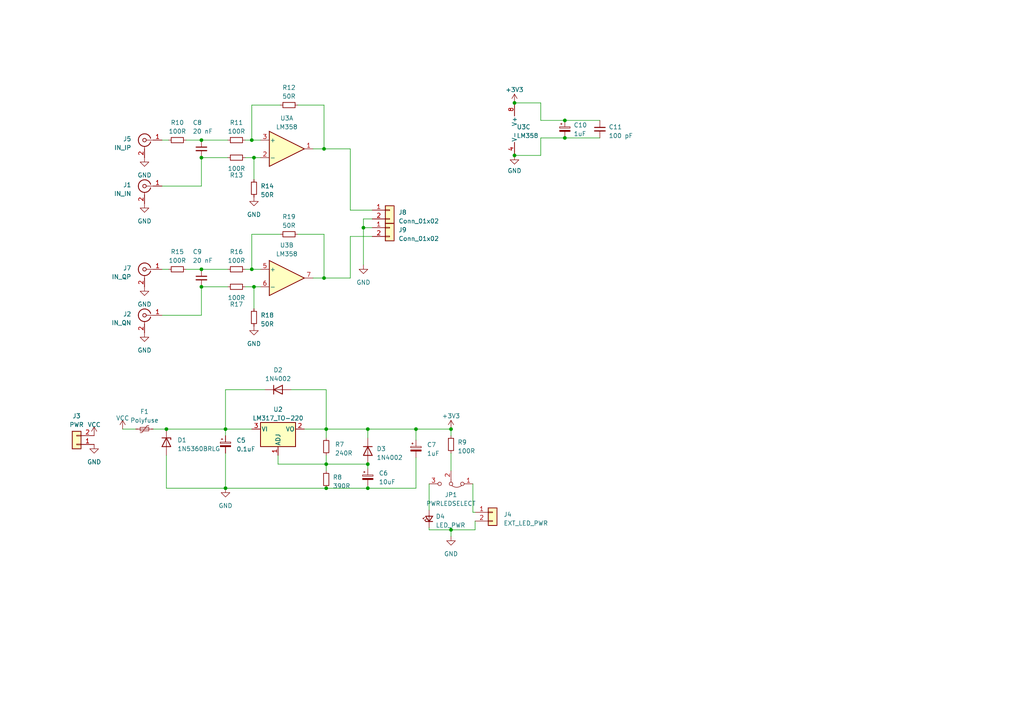
<source format=kicad_sch>
(kicad_sch (version 20230121) (generator eeschema)
  (paper "A4")
  (lib_symbols
    (symbol "Amplifier_Operational:LM358" (pin_names (offset 0.127))
      (property "Reference" "U" (at 0 5.08 0))
      (property "Value" "LM358" (at 0 -5.08 0))
      (symbol "LM358_1_1"
        (polyline (pts (xy -5.08 5.08) (xy 5.08 0) (xy -5.08 -5.08) (xy -5.08 5.08)) (stroke (width 0.254)) (fill (type background)))
        (pin output line (at 7.62 0 180) (length 2.54) (name "~") (number "1"))
        (pin input line (at -7.62 -2.54 0) (length 2.54) (name "-") (number "2"))
        (pin input line (at -7.62 2.54 0) (length 2.54) (name "+") (number "3"))
      )
      (symbol "LM358_2_1"
        (polyline (pts (xy -5.08 5.08) (xy 5.08 0) (xy -5.08 -5.08) (xy -5.08 5.08)) (stroke (width 0.254)) (fill (type background)))
        (pin input line (at -7.62 2.54 0) (length 2.54) (name "+") (number "5"))
        (pin input line (at -7.62 -2.54 0) (length 2.54) (name "-") (number "6"))
        (pin output line (at 7.62 0 180) (length 2.54) (name "~") (number "7"))
      )
      (symbol "LM358_3_1"
        (pin power_in line (at -2.54 -7.62 90) (length 3.81) (name "V-") (number "4"))
        (pin power_in line (at -2.54 7.62 270) (length 3.81) (name "V+") (number "8"))
      )
    )
    (symbol "Connector:Conn_Coaxial" (pin_names (offset 1.016) hide)
      (property "Reference" "J" (at 0.254 3.048 0))
      (property "Value" "Conn_Coaxial" (at 2.921 0 90))
      (symbol "Conn_Coaxial_0_1"
        (arc (start -1.778 -0.508) (mid 0.2311 -1.8066) (end 1.778 0) (stroke (width 0.254)))
        (polyline (pts (xy -2.54 0) (xy -0.508 0)))
        (polyline (pts (xy 0 -2.54) (xy 0 -1.778)))
        (circle (center 0 0) (radius 0.508) (stroke (width 0.2032)))
        (arc (start 1.778 0) (mid 0.2099 1.8101) (end -1.778 0.508) (stroke (width 0.254)))
      )
      (symbol "Conn_Coaxial_1_1"
        (pin passive line (at -5.08 0 0) (length 2.54) (name "In") (number "1"))
        (pin passive line (at 0 -5.08 90) (length 2.54) (name "Ext") (number "2"))
      )
    )
    (symbol "Connector_Generic:Conn_01x02" (pin_names (offset 1.016) hide)
      (property "Reference" "J" (at 0 2.54 0))
      (property "Value" "Conn_01x02" (at 0 -5.08 0))
      (symbol "Conn_01x02_1_1"
        (rectangle (start -1.27 -2.413) (end 0 -2.667) (stroke (width 0.1524)))
        (rectangle (start -1.27 0.127) (end 0 -0.127) (stroke (width 0.1524)))
        (rectangle (start -1.27 1.27) (end 1.27 -3.81) (stroke (width 0.254)) (fill (type background)))
        (pin passive line (at -5.08 0 0) (length 3.81) (name "Pin_1") (number "1"))
        (pin passive line (at -5.08 -2.54 0) (length 3.81) (name "Pin_2") (number "2"))
      )
    )
    (symbol "Device:C_Polarized_Small" (pin_numbers hide) (pin_names (offset 0.254) hide)
      (property "Reference" "C" (at 0.254 1.778 0))
      (property "Value" "C_Polarized_Small" (at 0.254 -2.032 0))
      (symbol "C_Polarized_Small_0_1"
        (rectangle (start -1.524 -0.3048) (end 1.524 -0.6858) (fill (type outline)))
        (rectangle (start -1.524 0.6858) (end 1.524 0.3048))
        (polyline (pts (xy -1.27 1.524) (xy -0.762 1.524)))
        (polyline (pts (xy -1.016 1.27) (xy -1.016 1.778)))
      )
      (symbol "C_Polarized_Small_1_1"
        (pin passive line (at 0 2.54 270) (length 1.8542) (name "~") (number "1"))
        (pin passive line (at 0 -2.54 90) (length 1.8542) (name "~") (number "2"))
      )
    )
    (symbol "Device:C_Small" (pin_numbers hide) (pin_names (offset 0.254) hide)
      (property "Reference" "C" (at 0.254 1.778 0))
      (property "Value" "C_Small" (at 0.254 -2.032 0))
      (symbol "C_Small_0_1"
        (polyline (pts (xy -1.524 -0.508) (xy 1.524 -0.508)) (stroke (width 0.3302)))
        (polyline (pts (xy -1.524 0.508) (xy 1.524 0.508)) (stroke (width 0.3048)))
      )
      (symbol "C_Small_1_1"
        (pin passive line (at 0 2.54 270) (length 2.032) (name "~") (number "1"))
        (pin passive line (at 0 -2.54 90) (length 2.032) (name "~") (number "2"))
      )
    )
    (symbol "Device:D_Zener" (pin_numbers hide) (pin_names (offset 1.016) hide)
      (property "Reference" "D" (at 0 2.54 0))
      (property "Value" "D_Zener" (at 0 -2.54 0))
      (symbol "D_Zener_0_1"
        (polyline (pts (xy 1.27 0) (xy -1.27 0)))
        (polyline (pts (xy -1.27 -1.27) (xy -1.27 1.27) (xy -0.762 1.27)) (stroke (width 0.254)))
        (polyline (pts (xy 1.27 -1.27) (xy 1.27 1.27) (xy -1.27 0) (xy 1.27 -1.27)) (stroke (width 0.254)))
      )
      (symbol "D_Zener_1_1"
        (pin passive line (at -3.81 0 0) (length 2.54) (name "K") (number "1"))
        (pin passive line (at 3.81 0 180) (length 2.54) (name "A") (number "2"))
      )
    )
    (symbol "Device:LED_Small" (pin_numbers hide) (pin_names (offset 0.254) hide)
      (property "Reference" "D" (at -1.27 3.175 0))
      (property "Value" "LED_Small" (at -4.445 -2.54 0))
      (symbol "LED_Small_0_1"
        (polyline (pts (xy -0.762 -1.016) (xy -0.762 1.016)) (stroke (width 0.254)))
        (polyline (pts (xy 1.016 0) (xy -0.762 0)))
        (polyline (pts (xy 0.762 -1.016) (xy -0.762 0) (xy 0.762 1.016) (xy 0.762 -1.016)) (stroke (width 0.254)))
        (polyline (pts (xy 0 0.762) (xy -0.508 1.27) (xy -0.254 1.27) (xy -0.508 1.27) (xy -0.508 1.016)))
        (polyline (pts (xy 0.508 1.27) (xy 0 1.778) (xy 0.254 1.778) (xy 0 1.778) (xy 0 1.524)))
      )
      (symbol "LED_Small_1_1"
        (pin passive line (at -2.54 0 0) (length 1.778) (name "K") (number "1"))
        (pin passive line (at 2.54 0 180) (length 1.778) (name "A") (number "2"))
      )
    )
    (symbol "Device:Polyfuse_Small" (pin_numbers hide) (pin_names (offset 0))
      (property "Reference" "F" (at -1.905 0 90))
      (property "Value" "Polyfuse_Small" (at 1.905 0 90))
      (symbol "Polyfuse_Small_0_1"
        (rectangle (start -0.508 1.27) (end 0.508 -1.27))
        (polyline (pts (xy 0 2.54) (xy 0 -2.54)))
        (polyline (pts (xy -1.016 1.27) (xy -1.016 0.762) (xy 1.016 -0.762) (xy 1.016 -1.27)))
      )
      (symbol "Polyfuse_Small_1_1"
        (pin passive line (at 0 2.54 270) (length 0.635) (name "~") (number "1"))
        (pin passive line (at 0 -2.54 90) (length 0.635) (name "~") (number "2"))
      )
    )
    (symbol "Device:R_Small" (pin_numbers hide) (pin_names (offset 0.254) hide)
      (property "Reference" "R" (at 0.762 0.508 0))
      (property "Value" "R_Small" (at 0.762 -1.016 0))
      (symbol "R_Small_0_1"
        (rectangle (start -0.762 1.778) (end 0.762 -1.778) (stroke (width 0.2032)))
      )
      (symbol "R_Small_1_1"
        (pin passive line (at 0 2.54 270) (length 0.762) (name "~") (number "1"))
        (pin passive line (at 0 -2.54 90) (length 0.762) (name "~") (number "2"))
      )
    )
    (symbol "Diode:1N4002" (pin_numbers hide) (pin_names hide)
      (property "Reference" "D" (at 0 2.54 0))
      (property "Value" "1N4002" (at 0 -2.54 0))
      (symbol "1N4002_0_1"
        (polyline (pts (xy -1.27 1.27) (xy -1.27 -1.27)) (stroke (width 0.254)))
        (polyline (pts (xy 1.27 0) (xy -1.27 0)))
        (polyline (pts (xy 1.27 1.27) (xy 1.27 -1.27) (xy -1.27 0) (xy 1.27 1.27)) (stroke (width 0.254)))
      )
      (symbol "1N4002_1_1"
        (pin passive line (at -3.81 0 0) (length 2.54) (name "K") (number "1"))
        (pin passive line (at 3.81 0 180) (length 2.54) (name "A") (number "2"))
      )
    )
    (symbol "Jumper:Jumper_3_Bridged12" (pin_names (offset 0) hide)
      (property "Reference" "JP" (at -2.54 -2.54 0))
      (property "Value" "Jumper_3_Bridged12" (at 0 2.794 0))
      (symbol "Jumper_3_Bridged12_0_0"
        (circle (center -3.302 0) (radius 0.508))
        (circle (center 0 0) (radius 0.508))
        (circle (center 3.302 0) (radius 0.508))
      )
      (symbol "Jumper_3_Bridged12_0_1"
        (arc (start -0.254 0.508) (mid -1.651 0.9912) (end -3.048 0.508))
        (polyline (pts (xy 0 -1.27) (xy 0 -0.508)))
      )
      (symbol "Jumper_3_Bridged12_1_1"
        (pin passive line (at -6.35 0 0) (length 2.54) (name "A") (number "1"))
        (pin passive line (at 0 -3.81 90) (length 2.54) (name "C") (number "2"))
        (pin passive line (at 6.35 0 180) (length 2.54) (name "B") (number "3"))
      )
    )
    (symbol "Regulator_Linear:LM317_TO-220" (pin_names (offset 0.254))
      (property "Reference" "U" (at -3.81 3.175 0))
      (property "Value" "LM317_TO-220" (at 0 3.175 0))
      (symbol "LM317_TO-220_0_1"
        (rectangle (start -5.08 1.905) (end 5.08 -5.08) (stroke (width 0.254)) (fill (type background)))
      )
      (symbol "LM317_TO-220_1_1"
        (pin input line (at 0 -7.62 90) (length 2.54) (name "ADJ") (number "1"))
        (pin power_out line (at 7.62 0 180) (length 2.54) (name "VO") (number "2"))
        (pin power_in line (at -7.62 0 0) (length 2.54) (name "VI") (number "3"))
      )
    )
    (symbol "power:+3V3" (power) (pin_names (offset 0))
      (property "Value" "+3V3" (at 0 3.556 0))
      (symbol "+3V3_0_1"
        (polyline (pts (xy -0.762 1.27) (xy 0 2.54)))
        (polyline (pts (xy 0 0) (xy 0 2.54)))
        (polyline (pts (xy 0 2.54) (xy 0.762 1.27)))
      )
      (symbol "+3V3_1_1"
        (pin power_in line (at 0 0 90) (length 0) hide (name "+3V3") (number "1"))
      )
    )
    (symbol "power:GND" (power) (pin_names (offset 0))
      (property "Value" "GND" (at 0 -3.81 0))
      (symbol "GND_0_1"
        (polyline (pts (xy 0 0) (xy 0 -1.27) (xy 1.27 -1.27) (xy 0 -2.54) (xy -1.27 -1.27) (xy 0 -1.27)))
      )
      (symbol "GND_1_1"
        (pin power_in line (at 0 0 270) (length 0) hide (name "GND") (number "1"))
      )
    )
    (symbol "power:VCC" (power) (pin_names (offset 0))
      (property "Value" "VCC" (at 0 3.81 0))
      (symbol "VCC_0_1"
        (polyline (pts (xy -0.762 1.27) (xy 0 2.54)))
        (polyline (pts (xy 0 0) (xy 0 2.54)))
        (polyline (pts (xy 0 2.54) (xy 0.762 1.27)))
      )
      (symbol "VCC_1_1"
        (pin power_in line (at 0 0 90) (length 0) hide (name "VCC") (number "1"))
      )
    )
  )
  (junction (at 105.41 66.04))
  (junction (at 73.66 83.185))
  (junction (at 149.225 29.845))
  (junction (at 58.42 78.105))
  (junction (at 130.81 124.46))
  (junction (at 94.615 134.62))
  (junction (at 93.98 80.645))
  (junction (at 106.68 134.62))
  (junction (at 73.66 45.72))
  (junction (at 120.65 124.46))
  (junction (at 94.615 124.46))
  (junction (at 58.42 83.185))
  (junction (at 94.615 141.605))
  (junction (at 73.025 40.64))
  (junction (at 106.68 141.605))
  (junction (at 48.26 124.46))
  (junction (at 73.025 78.105))
  (junction (at 149.225 45.085))
  (junction (at 58.42 45.72))
  (junction (at 65.405 141.605))
  (junction (at 65.405 124.46))
  (junction (at 106.68 124.46))
  (junction (at 163.83 40.005))
  (junction (at 58.42 40.64))
  (junction (at 93.98 43.18))
  (junction (at 130.81 153.67))
  (junction (at 163.83 34.925))
  (wire (pts (xy 173.99 40.005) (xy 163.83 40.005)))
  (wire (pts (xy 71.12 45.72) (xy 73.66 45.72)))
  (wire (pts (xy 156.845 34.925) (xy 156.845 29.845)))
  (wire (pts (xy 163.83 34.925) (xy 156.845 34.925)))
  (wire (pts (xy 94.615 134.62) (xy 106.68 134.62)))
  (wire (pts (xy 48.26 124.46) (xy 65.405 124.46)))
  (wire (pts (xy 137.795 151.13) (xy 137.795 153.67)))
  (wire (pts (xy 46.99 78.105) (xy 48.895 78.105)))
  (wire (pts (xy 73.025 40.64) (xy 75.565 40.64)))
  (wire (pts (xy 156.845 45.085) (xy 156.845 40.005)))
  (wire (pts (xy 71.12 83.185) (xy 73.66 83.185)))
  (wire (pts (xy 73.025 78.105) (xy 73.025 67.945)))
  (wire (pts (xy 86.36 30.48) (xy 93.98 30.48)))
  (wire (pts (xy 163.83 40.005) (xy 156.845 40.005)))
  (wire (pts (xy 106.68 124.46) (xy 106.68 127)))
  (wire (pts (xy 58.42 83.185) (xy 66.04 83.185)))
  (wire (pts (xy 94.615 134.62) (xy 94.615 136.525)))
  (wire (pts (xy 124.46 140.335) (xy 124.46 147.955)))
  (wire (pts (xy 120.65 132.715) (xy 120.65 141.605)))
  (wire (pts (xy 93.98 30.48) (xy 93.98 43.18)))
  (wire (pts (xy 73.025 30.48) (xy 81.28 30.48)))
  (wire (pts (xy 88.265 124.46) (xy 94.615 124.46)))
  (wire (pts (xy 101.6 68.58) (xy 101.6 80.645)))
  (wire (pts (xy 130.81 153.67) (xy 124.46 153.67)))
  (wire (pts (xy 58.42 53.975) (xy 58.42 45.72)))
  (wire (pts (xy 71.12 78.105) (xy 73.025 78.105)))
  (wire (pts (xy 105.41 63.5) (xy 105.41 66.04)))
  (wire (pts (xy 94.615 113.03) (xy 84.455 113.03)))
  (wire (pts (xy 130.81 153.67) (xy 130.81 155.575)))
  (wire (pts (xy 73.66 83.185) (xy 75.565 83.185)))
  (wire (pts (xy 90.805 80.645) (xy 93.98 80.645)))
  (wire (pts (xy 46.99 91.44) (xy 58.42 91.44)))
  (wire (pts (xy 48.26 141.605) (xy 48.26 132.08)))
  (wire (pts (xy 105.41 66.04) (xy 105.41 76.835)))
  (wire (pts (xy 94.615 124.46) (xy 94.615 113.03)))
  (wire (pts (xy 93.98 67.945) (xy 93.98 80.645)))
  (wire (pts (xy 106.68 140.97) (xy 106.68 141.605)))
  (wire (pts (xy 65.405 141.605) (xy 48.26 141.605)))
  (wire (pts (xy 130.81 124.46) (xy 130.81 126.365)))
  (wire (pts (xy 106.68 134.62) (xy 106.68 135.89)))
  (wire (pts (xy 71.12 40.64) (xy 73.025 40.64)))
  (wire (pts (xy 106.68 141.605) (xy 94.615 141.605)))
  (wire (pts (xy 73.66 45.72) (xy 73.66 52.07)))
  (wire (pts (xy 149.225 45.085) (xy 156.845 45.085)))
  (wire (pts (xy 106.68 124.46) (xy 120.65 124.46)))
  (wire (pts (xy 46.99 53.975) (xy 58.42 53.975)))
  (wire (pts (xy 44.45 124.46) (xy 48.26 124.46)))
  (wire (pts (xy 65.405 113.03) (xy 65.405 124.46)))
  (wire (pts (xy 58.42 91.44) (xy 58.42 83.185)))
  (wire (pts (xy 90.805 43.18) (xy 93.98 43.18)))
  (wire (pts (xy 137.795 153.67) (xy 130.81 153.67)))
  (wire (pts (xy 58.42 45.72) (xy 66.04 45.72)))
  (wire (pts (xy 76.835 113.03) (xy 65.405 113.03)))
  (wire (pts (xy 65.405 126.365) (xy 65.405 124.46)))
  (wire (pts (xy 105.41 66.04) (xy 107.95 66.04)))
  (wire (pts (xy 137.16 140.335) (xy 137.16 148.59)))
  (wire (pts (xy 65.405 141.605) (xy 65.405 131.445)))
  (wire (pts (xy 80.645 134.62) (xy 94.615 134.62)))
  (wire (pts (xy 94.615 124.46) (xy 94.615 127)))
  (wire (pts (xy 73.025 78.105) (xy 75.565 78.105)))
  (wire (pts (xy 86.36 67.945) (xy 93.98 67.945)))
  (wire (pts (xy 93.98 43.18) (xy 101.6 43.18)))
  (wire (pts (xy 58.42 78.105) (xy 66.04 78.105)))
  (wire (pts (xy 137.795 148.59) (xy 137.16 148.59)))
  (wire (pts (xy 156.845 29.845) (xy 149.225 29.845)))
  (wire (pts (xy 53.975 40.64) (xy 58.42 40.64)))
  (wire (pts (xy 120.65 124.46) (xy 130.81 124.46)))
  (wire (pts (xy 107.95 68.58) (xy 101.6 68.58)))
  (wire (pts (xy 73.66 83.185) (xy 73.66 89.535)))
  (wire (pts (xy 106.68 141.605) (xy 120.65 141.605)))
  (wire (pts (xy 120.65 124.46) (xy 120.65 127.635)))
  (wire (pts (xy 65.405 124.46) (xy 73.025 124.46)))
  (wire (pts (xy 53.975 78.105) (xy 58.42 78.105)))
  (wire (pts (xy 93.98 80.645) (xy 101.6 80.645)))
  (wire (pts (xy 73.66 45.72) (xy 75.565 45.72)))
  (wire (pts (xy 73.025 67.945) (xy 81.28 67.945)))
  (wire (pts (xy 107.95 63.5) (xy 105.41 63.5)))
  (wire (pts (xy 101.6 43.18) (xy 101.6 60.96)))
  (wire (pts (xy 94.615 124.46) (xy 106.68 124.46)))
  (wire (pts (xy 101.6 60.96) (xy 107.95 60.96)))
  (wire (pts (xy 46.99 40.64) (xy 48.895 40.64)))
  (wire (pts (xy 73.025 40.64) (xy 73.025 30.48)))
  (wire (pts (xy 94.615 141.605) (xy 65.405 141.605)))
  (wire (pts (xy 80.645 132.08) (xy 80.645 134.62)))
  (wire (pts (xy 124.46 153.67) (xy 124.46 153.035)))
  (wire (pts (xy 173.99 34.925) (xy 163.83 34.925)))
  (wire (pts (xy 130.81 131.445) (xy 130.81 136.525)))
  (wire (pts (xy 35.56 124.46) (xy 39.37 124.46)))
  (wire (pts (xy 58.42 40.64) (xy 66.04 40.64)))
  (wire (pts (xy 94.615 132.08) (xy 94.615 134.62)))
  (symbol (lib_id "Regulator_Linear:LM317_TO-220") (at 80.645 124.46 0) (unit 1)
    (property "Reference" "U2" (at 80.645 118.745 0))
    (property "Value" "LM317_TO-220" (at 80.645 121.285 0))
    (property "Footprint" "Package_TO_SOT_THT:TO-220-3_Vertical" (effects hide))
    (property "Datasheet" "http://www.ti.com/lit/ds/symlink/lm317.pdf" (effects hide))
  )
  (symbol (lib_id "power:GND") (at 41.91 83.185 0) (unit 1)
    (property "Reference" "#PWR04" (effects hide))
    (property "Value" "GND" (at 41.91 88.265 0))
  )
  (symbol (lib_id "power:+3V3") (at 130.81 124.46 0) (unit 1)
    (property "Reference" "#PWR010" (effects hide))
    (property "Value" "+3V3" (at 130.81 120.65 0))
  )
  (symbol (lib_id "Device:C_Small") (at 173.99 37.465 0) (unit 1)
    (property "Reference" "C11" (at 176.53 36.8363 0) (effects (justify left)))
    (property "Value" "100 pF" (at 176.53 39.3763 0) (effects (justify left)))
    (property "Footprint" "Capacitor_SMD:C_0805_2012Metric" (effects hide))
  )
  (symbol (lib_id "Connector:Conn_Coaxial") (at 41.91 91.44 0) (mirror y) (unit 1)
    (property "Reference" "J2" (at 38.1 91.0982 0) (effects (justify left)))
    (property "Value" "IN_QN" (at 38.1 93.6382 0) (effects (justify left)))
    (property "Footprint" "Connector_Coaxial:SMA_Amphenol_901-143_Horizontal" (effects hide))
    (property "Datasheet" " ~" (effects hide))
  )
  (symbol (lib_id "Device:R_Small") (at 83.82 67.945 90) (unit 1)
    (property "Reference" "R19" (at 83.82 62.865 90))
    (property "Value" "50R" (at 83.82 65.405 90))
    (property "Footprint" "Resistor_SMD:R_0805_2012Metric" (effects hide))
  )
  (symbol (lib_id "power:GND") (at 73.66 57.15 0) (unit 1)
    (property "Reference" "#PWR012" (effects hide))
    (property "Value" "GND" (at 73.66 62.23 0))
  )
  (symbol (lib_id "power:GND") (at 73.66 94.615 0) (unit 1)
    (property "Reference" "#PWR013" (effects hide))
    (property "Value" "GND" (at 73.66 99.695 0))
  )
  (symbol (lib_id "Device:R_Small") (at 51.435 40.64 90) (unit 1)
    (property "Reference" "R10" (at 51.435 35.56 90))
    (property "Value" "100R" (at 51.435 38.1 90))
    (property "Footprint" "Resistor_SMD:R_0805_2012Metric" (effects hide))
  )
  (symbol (lib_id "Device:R_Small") (at 68.58 83.185 270) (unit 1)
    (property "Reference" "R17" (at 68.58 88.265 90))
    (property "Value" "100R" (at 68.58 86.36 90))
    (property "Footprint" "Resistor_SMD:R_0805_2012Metric" (effects hide))
  )
  (symbol (lib_id "Jumper:Jumper_3_Bridged12") (at 130.81 140.335 180) (unit 1)
    (property "Reference" "JP1" (at 130.81 143.51 0))
    (property "Value" "PWRLEDSELECT" (at 130.81 146.05 0))
    (property "Footprint" "Connector_PinHeader_2.54mm:PinHeader_1x03_P2.54mm_Vertical" (effects hide))
  )
  (symbol (lib_id "Connector_Generic:Conn_01x02") (at 113.03 60.96 0) (unit 1)
    (property "Reference" "J8" (at 115.57 61.595 0) (effects (justify left)))
    (property "Value" "Conn_01x02" (at 115.57 64.135 0) (effects (justify left)))
    (property "Footprint" "Connector_PinHeader_2.54mm:PinHeader_1x02_P2.54mm_Vertical" (effects hide))
  )
  (symbol (lib_id "power:VCC") (at 27.305 126.365 0) (unit 1)
    (property "Reference" "#PWR06" (effects hide))
    (property "Value" "VCC" (at 27.305 123.19 0))
  )
  (symbol (lib_id "Connector_Generic:Conn_01x02") (at 142.875 148.59 0) (unit 1)
    (property "Reference" "J4" (at 146.05 149.225 0) (effects (justify left)))
    (property "Value" "EXT_LED_PWR" (at 146.05 151.765 0) (effects (justify left)))
    (property "Footprint" "Connector_PinHeader_2.54mm:PinHeader_1x02_P2.54mm_Vertical" (effects hide))
  )
  (symbol (lib_id "Diode:1N4002") (at 80.645 113.03 0) (unit 1)
    (property "Reference" "D2" (at 80.645 107.315 0))
    (property "Value" "1N4002" (at 80.645 109.855 0))
    (property "Footprint" "Diode_THT:D_DO-41_SOD81_P10.16mm_Horizontal" (effects hide))
    (property "Datasheet" "http://www.vishay.com/docs/88503/1n4001.pdf" (effects hide))
    (property "Sim.Device" "D" (effects hide))
    (property "Sim.Pins" "1=K 2=A" (effects hide))
  )
  (symbol (lib_id "power:+3V3") (at 149.225 29.845 0) (unit 1)
    (property "Reference" "#PWR015" (effects hide))
    (property "Value" "+3V3" (at 149.225 26.035 0))
  )
  (symbol (lib_id "power:GND") (at 41.91 59.055 0) (unit 1)
    (property "Reference" "#PWR03" (effects hide))
    (property "Value" "GND" (at 41.91 64.135 0))
  )
  (symbol (lib_id "Connector:Conn_Coaxial") (at 41.91 78.105 0) (mirror y) (unit 1)
    (property "Reference" "J7" (at 38.1 77.7632 0) (effects (justify left)))
    (property "Value" "IN_QP" (at 38.1 80.3032 0) (effects (justify left)))
    (property "Footprint" "Connector_Coaxial:SMA_Amphenol_901-143_Horizontal" (effects hide))
    (property "Datasheet" " ~" (effects hide))
  )
  (symbol (lib_id "Connector_Generic:Conn_01x02") (at 22.225 128.905 180) (unit 1)
    (property "Reference" "J3" (at 22.225 120.65 0))
    (property "Value" "PWR" (at 22.225 123.19 0))
    (property "Footprint" "Connector_PinHeader_2.54mm:PinHeader_1x02_P2.54mm_Vertical" (effects hide))
  )
  (symbol (lib_id "Device:R_Small") (at 68.58 40.64 90) (unit 1)
    (property "Reference" "R11" (at 68.58 35.56 90))
    (property "Value" "100R" (at 68.58 38.1 90))
    (property "Footprint" "Resistor_SMD:R_0805_2012Metric" (effects hide))
  )
  (symbol (lib_id "Device:R_Small") (at 68.58 78.105 90) (unit 1)
    (property "Reference" "R16" (at 68.58 73.025 90))
    (property "Value" "100R" (at 68.58 75.565 90))
    (property "Footprint" "Resistor_SMD:R_0805_2012Metric" (effects hide))
  )
  (symbol (lib_id "Device:C_Polarized_Small") (at 120.65 130.175 0) (unit 1)
    (property "Reference" "C7" (at 123.825 128.9939 0) (effects (justify left)))
    (property "Value" "1uF" (at 123.825 131.5339 0) (effects (justify left)))
    (property "Footprint" "Capacitor_SMD:C_0805_2012Metric" (effects hide))
  )
  (symbol (lib_id "Device:LED_Small") (at 124.46 150.495 90) (unit 1)
    (property "Reference" "D4" (at 126.365 149.7965 90) (effects (justify right)))
    (property "Value" "LED_PWR" (at 126.365 152.3365 90) (effects (justify right)))
    (property "Footprint" "LED_SMD:LED_0805_2012Metric" (effects hide))
  )
  (symbol (lib_id "Device:R_Small") (at 68.58 45.72 270) (unit 1)
    (property "Reference" "R13" (at 68.58 50.8 90))
    (property "Value" "100R" (at 68.58 48.895 90))
    (property "Footprint" "Resistor_SMD:R_0805_2012Metric" (effects hide))
  )
  (symbol (lib_id "power:GND") (at 130.81 155.575 0) (unit 1)
    (property "Reference" "#PWR011" (effects hide))
    (property "Value" "GND" (at 130.81 160.655 0))
  )
  (symbol (lib_id "Device:C_Polarized_Small") (at 65.405 128.905 0) (unit 1)
    (property "Reference" "C5" (at 68.58 127.7239 0) (effects (justify left)))
    (property "Value" "0.1uF" (at 68.58 130.2639 0) (effects (justify left)))
    (property "Footprint" "Capacitor_SMD:C_0805_2012Metric" (effects hide))
  )
  (symbol (lib_id "power:GND") (at 41.91 96.52 0) (unit 1)
    (property "Reference" "#PWR05" (effects hide))
    (property "Value" "GND" (at 41.91 101.6 0))
  )
  (symbol (lib_id "Device:R_Small") (at 73.66 92.075 180) (unit 1)
    (property "Reference" "R18" (at 75.565 91.44 0) (effects (justify right)))
    (property "Value" "50R" (at 75.565 93.98 0) (effects (justify right)))
    (property "Footprint" "Resistor_SMD:R_0805_2012Metric" (effects hide))
  )
  (symbol (lib_id "power:GND") (at 65.405 141.605 0) (unit 1)
    (property "Reference" "#PWR09" (effects hide))
    (property "Value" "GND" (at 65.405 146.685 0))
  )
  (symbol (lib_id "Device:R_Small") (at 73.66 54.61 180) (unit 1)
    (property "Reference" "R14" (at 75.565 53.975 0) (effects (justify right)))
    (property "Value" "50R" (at 75.565 56.515 0) (effects (justify right)))
    (property "Footprint" "Resistor_SMD:R_0805_2012Metric" (effects hide))
  )
  (symbol (lib_id "Device:D_Zener") (at 48.26 128.27 270) (unit 1)
    (property "Reference" "D1" (at 51.435 127.635 90) (effects (justify left)))
    (property "Value" "1N5360BRLG" (at 51.435 130.175 90) (effects (justify left)))
    (property "Footprint" "Diode_THT:D_DO-41_SOD81_P12.70mm_Horizontal" (effects hide))
  )
  (symbol (lib_id "Connector_Generic:Conn_01x02") (at 113.03 66.04 0) (unit 1)
    (property "Reference" "J9" (at 115.57 66.675 0) (effects (justify left)))
    (property "Value" "Conn_01x02" (at 115.57 69.215 0) (effects (justify left)))
    (property "Footprint" "Connector_PinHeader_2.54mm:PinHeader_1x02_P2.54mm_Vertical" (effects hide))
  )
  (symbol (lib_id "Amplifier_Operational:LM358") (at 83.185 43.18 0) (unit 1)
    (property "Reference" "U3" (at 83.185 34.29 0))
    (property "Value" "LM358" (at 83.185 36.83 0))
    (property "Footprint" "Package_SO:SOIC-8_3.9x4.9mm_P1.27mm" (effects hide))
    (property "Datasheet" "http://www.ti.com/lit/ds/symlink/lm2904-n.pdf" (effects hide))
  )
  (symbol (lib_id "Device:R_Small") (at 94.615 139.065 0) (unit 1)
    (property "Reference" "R8" (at 96.52 138.43 0) (effects (justify left)))
    (property "Value" "390R" (at 96.52 140.97 0) (effects (justify left)))
    (property "Footprint" "Resistor_SMD:R_0805_2012Metric" (effects hide))
  )
  (symbol (lib_id "Device:R_Small") (at 83.82 30.48 90) (unit 1)
    (property "Reference" "R12" (at 83.82 25.4 90))
    (property "Value" "50R" (at 83.82 27.94 90))
    (property "Footprint" "Resistor_SMD:R_0805_2012Metric" (effects hide))
  )
  (symbol (lib_id "Connector:Conn_Coaxial") (at 41.91 53.975 0) (mirror y) (unit 1)
    (property "Reference" "J1" (at 38.1 53.6332 0) (effects (justify left)))
    (property "Value" "IN_IN" (at 38.1 56.1732 0) (effects (justify left)))
    (property "Footprint" "Connector_Coaxial:SMA_Amphenol_901-143_Horizontal" (effects hide))
    (property "Datasheet" " ~" (effects hide))
  )
  (symbol (lib_id "Device:C_Small") (at 58.42 43.18 0) (unit 1)
    (property "Reference" "C8" (at 55.88 35.56 0) (effects (justify left)))
    (property "Value" "20 nF" (at 55.88 38.1 0) (effects (justify left)))
    (property "Footprint" "Capacitor_SMD:C_0805_2012Metric" (effects hide))
  )
  (symbol (lib_id "Device:C_Small") (at 58.42 80.645 0) (unit 1)
    (property "Reference" "C9" (at 55.88 73.025 0) (effects (justify left)))
    (property "Value" "20 nF" (at 55.88 75.565 0) (effects (justify left)))
    (property "Footprint" "Capacitor_SMD:C_0805_2012Metric" (effects hide))
  )
  (symbol (lib_id "Amplifier_Operational:LM358") (at 151.765 37.465 0) (unit 3)
    (property "Reference" "U3" (at 149.86 36.83 0) (effects (justify left)))
    (property "Value" "LM358" (at 149.86 39.37 0) (effects (justify left)))
    (property "Footprint" "Package_SO:SOIC-8_3.9x4.9mm_P1.27mm" (effects hide))
    (property "Datasheet" "http://www.ti.com/lit/ds/symlink/lm2904-n.pdf" (effects hide))
  )
  (symbol (lib_id "Device:Polyfuse_Small") (at 41.91 124.46 90) (unit 1)
    (property "Reference" "F1" (at 41.91 119.38 90))
    (property "Value" "Polyfuse" (at 41.91 121.92 90))
    (property "Footprint" "Capacitor_THT:C_Disc_D5.1mm_W3.2mm_P5.00mm" (effects hide))
  )
  (symbol (lib_id "power:GND") (at 41.91 45.72 0) (unit 1)
    (property "Reference" "#PWR02" (effects hide))
    (property "Value" "GND" (at 41.91 50.8 0))
  )
  (symbol (lib_id "Diode:1N4002") (at 106.68 130.81 270) (unit 1)
    (property "Reference" "D3" (at 109.22 130.175 90) (effects (justify left)))
    (property "Value" "1N4002" (at 109.22 132.715 90) (effects (justify left)))
    (property "Footprint" "Diode_THT:D_DO-41_SOD81_P10.16mm_Horizontal" (effects hide))
    (property "Datasheet" "http://www.vishay.com/docs/88503/1n4001.pdf" (effects hide))
    (property "Sim.Device" "D" (effects hide))
    (property "Sim.Pins" "1=K 2=A" (effects hide))
  )
  (symbol (lib_id "power:GND") (at 105.41 76.835 0) (unit 1)
    (property "Reference" "#PWR01" (effects hide))
    (property "Value" "GND" (at 105.41 81.915 0))
  )
  (symbol (lib_id "Connector:Conn_Coaxial") (at 41.91 40.64 0) (mirror y) (unit 1)
    (property "Reference" "J5" (at 38.1 40.2982 0) (effects (justify left)))
    (property "Value" "IN_IP" (at 38.1 42.8382 0) (effects (justify left)))
    (property "Footprint" "Connector_Coaxial:SMA_Amphenol_901-143_Horizontal" (effects hide))
    (property "Datasheet" " ~" (effects hide))
  )
  (symbol (lib_id "Amplifier_Operational:LM358") (at 83.185 80.645 0) (unit 2)
    (property "Reference" "U3" (at 83.185 71.12 0))
    (property "Value" "LM358" (at 83.185 73.66 0))
    (property "Footprint" "Package_SO:SOIC-8_3.9x4.9mm_P1.27mm" (effects hide))
    (property "Datasheet" "http://www.ti.com/lit/ds/symlink/lm2904-n.pdf" (effects hide))
  )
  (symbol (lib_id "power:GND") (at 27.305 128.905 0) (unit 1)
    (property "Reference" "#PWR07" (effects hide))
    (property "Value" "GND" (at 27.305 133.985 0))
  )
  (symbol (lib_id "power:GND") (at 149.225 45.085 0) (unit 1)
    (property "Reference" "#PWR014" (effects hide))
    (property "Value" "GND" (at 149.225 49.53 0))
  )
  (symbol (lib_id "Device:C_Polarized_Small") (at 163.83 37.465 0) (unit 1)
    (property "Reference" "C10" (at 166.37 36.2839 0) (effects (justify left)))
    (property "Value" "1uF" (at 166.37 38.8239 0) (effects (justify left)))
    (property "Footprint" "Capacitor_SMD:C_0805_2012Metric" (effects hide))
  )
  (symbol (lib_id "Device:C_Polarized_Small") (at 106.68 138.43 0) (unit 1)
    (property "Reference" "C6" (at 109.855 137.2489 0) (effects (justify left)))
    (property "Value" "10uF" (at 109.855 139.7889 0) (effects (justify left)))
    (property "Footprint" "Capacitor_Tantalum_SMD:CP_EIA-7343-20_Kemet-V" (effects hide))
  )
  (symbol (lib_id "Device:R_Small") (at 94.615 129.54 0) (unit 1)
    (property "Reference" "R7" (at 97.155 128.905 0) (effects (justify left)))
    (property "Value" "240R" (at 97.155 131.445 0) (effects (justify left)))
    (property "Footprint" "Resistor_SMD:R_0805_2012Metric" (effects hide))
  )
  (symbol (lib_id "Device:R_Small") (at 51.435 78.105 90) (unit 1)
    (property "Reference" "R15" (at 51.435 73.025 90))
    (property "Value" "100R" (at 51.435 75.565 90))
    (property "Footprint" "Resistor_SMD:R_0805_2012Metric" (effects hide))
  )
  (symbol (lib_id "Device:R_Small") (at 130.81 128.905 0) (unit 1)
    (property "Reference" "R9" (at 132.715 128.27 0) (effects (justify left)))
    (property "Value" "100R" (at 132.715 130.81 0) (effects (justify left)))
    (property "Footprint" "Resistor_SMD:R_0805_2012Metric" (effects hide))
  )
  (symbol (lib_id "power:VCC") (at 35.56 124.46 0) (unit 1)
    (property "Reference" "#PWR08" (effects hide))
    (property "Value" "VCC" (at 35.56 121.285 0))
  )
)
</source>
